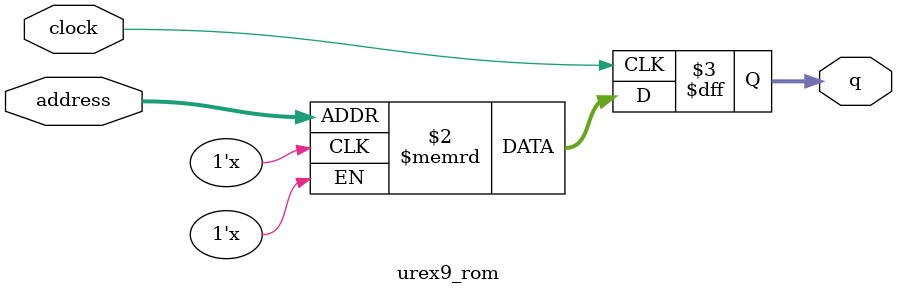
<source format=sv>
module urex9_rom (
	input logic clock,
	input logic [9:0] address,
	output logic [3:0] q
);

logic [3:0] memory [0:1023] /* synthesis ram_init_file = "./urex9/urex9.mif" */;

always_ff @ (posedge clock) begin
	q <= memory[address];
end

endmodule

</source>
